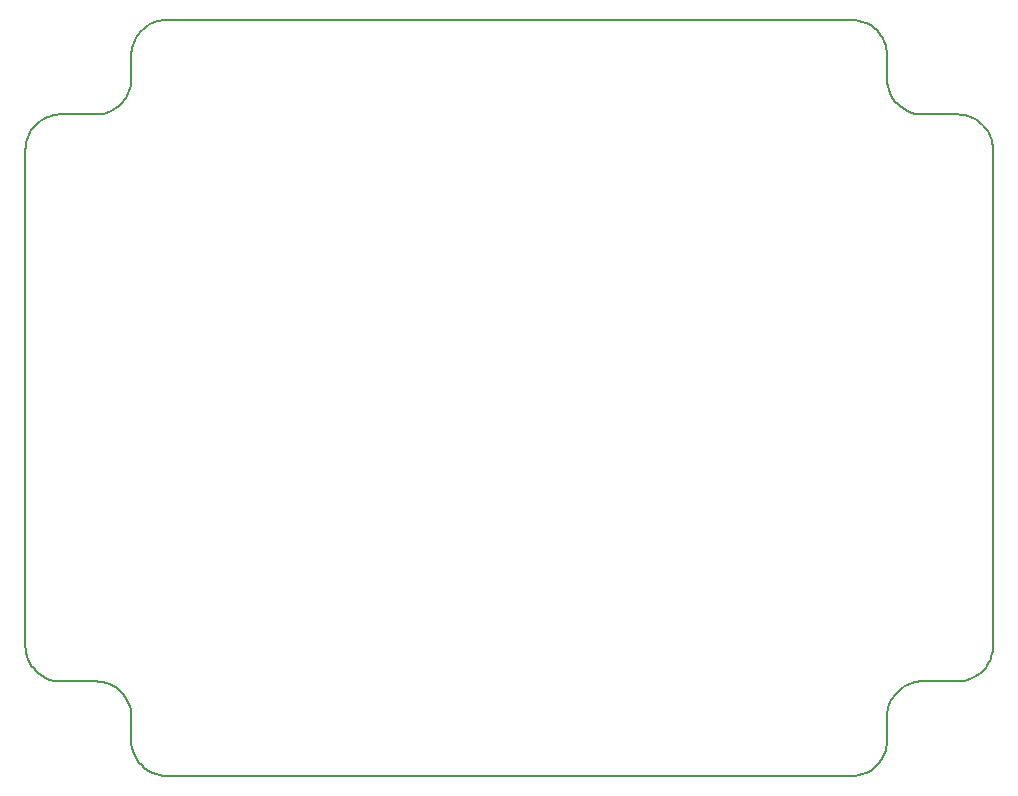
<source format=gm1>
G04 #@! TF.GenerationSoftware,KiCad,Pcbnew,5.1.6-c6e7f7d~87~ubuntu18.04.1*
G04 #@! TF.CreationDate,2020-09-10T19:55:48-05:00*
G04 #@! TF.ProjectId,MiniStereoMixer,4d696e69-5374-4657-9265-6f4d69786572,rev?*
G04 #@! TF.SameCoordinates,Original*
G04 #@! TF.FileFunction,Profile,NP*
%FSLAX46Y46*%
G04 Gerber Fmt 4.6, Leading zero omitted, Abs format (unit mm)*
G04 Created by KiCad (PCBNEW 5.1.6-c6e7f7d~87~ubuntu18.04.1) date 2020-09-10 19:55:48*
%MOMM*%
%LPD*%
G01*
G04 APERTURE LIST*
G04 #@! TA.AperFunction,Profile*
%ADD10C,0.200000*%
G04 #@! TD*
G04 APERTURE END LIST*
D10*
X126373000Y-47124000D02*
X126595778Y-47115723D01*
X126595778Y-47115723D02*
X126816009Y-47091122D01*
X126816009Y-47091122D02*
X127032861Y-47050541D01*
X127032861Y-47050541D02*
X127245505Y-46994324D01*
X127245505Y-46994324D02*
X127453111Y-46922814D01*
X127453111Y-46922814D02*
X127654848Y-46836354D01*
X127654848Y-46836354D02*
X127849888Y-46735290D01*
X127849888Y-46735290D02*
X128037401Y-46619964D01*
X128037401Y-46619964D02*
X128216555Y-46490720D01*
X128216555Y-46490720D02*
X128386522Y-46347903D01*
X128386522Y-46347903D02*
X128494320Y-46245320D01*
X123413000Y-95124000D02*
X123106267Y-95108511D01*
X123106267Y-95108511D02*
X122808395Y-95063050D01*
X122808395Y-95063050D02*
X122520891Y-94989125D01*
X122520891Y-94989125D02*
X122245264Y-94888245D01*
X122245264Y-94888245D02*
X121983021Y-94761916D01*
X121983021Y-94761916D02*
X121735671Y-94611647D01*
X121735671Y-94611647D02*
X121504721Y-94438945D01*
X121504721Y-94438945D02*
X121291679Y-94245320D01*
X121291679Y-94245320D02*
X121098054Y-94032278D01*
X121098054Y-94032278D02*
X120925352Y-93801328D01*
X120925352Y-93801328D02*
X120775083Y-93553978D01*
X120775083Y-93553978D02*
X120648754Y-93291735D01*
X120648754Y-93291735D02*
X120547874Y-93016108D01*
X120547874Y-93016108D02*
X120473949Y-92728604D01*
X120473949Y-92728604D02*
X120428488Y-92430732D01*
X120428488Y-92430732D02*
X120413000Y-92124000D01*
X123413000Y-47124000D02*
X126373000Y-47124000D01*
X196373000Y-47124000D02*
X199333000Y-47124000D01*
X193373000Y-44124000D02*
X193388488Y-44430732D01*
X193388488Y-44430732D02*
X193433949Y-44728604D01*
X193433949Y-44728604D02*
X193507874Y-45016108D01*
X193507874Y-45016108D02*
X193608754Y-45291735D01*
X193608754Y-45291735D02*
X193735083Y-45553978D01*
X193735083Y-45553978D02*
X193885352Y-45801328D01*
X193885352Y-45801328D02*
X194058054Y-46032278D01*
X194058054Y-46032278D02*
X194251679Y-46245320D01*
X194251679Y-46245320D02*
X194464721Y-46438945D01*
X194464721Y-46438945D02*
X194695671Y-46611647D01*
X194695671Y-46611647D02*
X194943021Y-46761916D01*
X194943021Y-46761916D02*
X195205264Y-46888245D01*
X195205264Y-46888245D02*
X195480891Y-46989125D01*
X195480891Y-46989125D02*
X195768395Y-47063050D01*
X195768395Y-47063050D02*
X196066267Y-47108511D01*
X196066267Y-47108511D02*
X196373000Y-47124000D01*
X201454320Y-94245320D02*
X201290939Y-94396995D01*
X201290939Y-94396995D02*
X201117817Y-94535327D01*
X201117817Y-94535327D02*
X200935784Y-94659969D01*
X200935784Y-94659969D02*
X200745671Y-94770580D01*
X200745671Y-94770580D02*
X200548306Y-94866814D01*
X200548306Y-94866814D02*
X200344520Y-94948328D01*
X200344520Y-94948328D02*
X200135142Y-95014779D01*
X200135142Y-95014779D02*
X199921003Y-95065823D01*
X199921003Y-95065823D02*
X199702933Y-95101115D01*
X199702933Y-95101115D02*
X199481761Y-95120313D01*
X199481761Y-95120313D02*
X199333000Y-95124000D01*
X193373000Y-100124000D02*
X193357511Y-100430732D01*
X193357511Y-100430732D02*
X193312050Y-100728604D01*
X193312050Y-100728604D02*
X193238125Y-101016108D01*
X193238125Y-101016108D02*
X193137245Y-101291735D01*
X193137245Y-101291735D02*
X193010916Y-101553978D01*
X193010916Y-101553978D02*
X192860647Y-101801328D01*
X192860647Y-101801328D02*
X192687945Y-102032278D01*
X192687945Y-102032278D02*
X192494320Y-102245320D01*
X192494320Y-102245320D02*
X192281278Y-102438945D01*
X192281278Y-102438945D02*
X192050328Y-102611647D01*
X192050328Y-102611647D02*
X191802978Y-102761916D01*
X191802978Y-102761916D02*
X191540735Y-102888245D01*
X191540735Y-102888245D02*
X191265108Y-102989125D01*
X191265108Y-102989125D02*
X190977604Y-103063050D01*
X190977604Y-103063050D02*
X190679732Y-103108511D01*
X190679732Y-103108511D02*
X190373000Y-103124000D01*
X129373000Y-42124000D02*
X129381276Y-41901221D01*
X129381276Y-41901221D02*
X129405877Y-41680990D01*
X129405877Y-41680990D02*
X129446458Y-41464138D01*
X129446458Y-41464138D02*
X129502675Y-41251494D01*
X129502675Y-41251494D02*
X129574185Y-41043888D01*
X129574185Y-41043888D02*
X129660645Y-40842151D01*
X129660645Y-40842151D02*
X129761709Y-40647111D01*
X129761709Y-40647111D02*
X129877035Y-40459598D01*
X129877035Y-40459598D02*
X130006279Y-40280444D01*
X130006279Y-40280444D02*
X130149096Y-40110477D01*
X130149096Y-40110477D02*
X130251680Y-40002680D01*
X193373000Y-98124000D02*
X193373000Y-100124000D01*
X120413000Y-50124000D02*
X120421276Y-49901221D01*
X120421276Y-49901221D02*
X120445877Y-49680990D01*
X120445877Y-49680990D02*
X120486458Y-49464138D01*
X120486458Y-49464138D02*
X120542675Y-49251494D01*
X120542675Y-49251494D02*
X120614185Y-49043888D01*
X120614185Y-49043888D02*
X120700645Y-48842151D01*
X120700645Y-48842151D02*
X120801709Y-48647111D01*
X120801709Y-48647111D02*
X120917035Y-48459598D01*
X120917035Y-48459598D02*
X121046279Y-48280444D01*
X121046279Y-48280444D02*
X121189096Y-48110477D01*
X121189096Y-48110477D02*
X121291680Y-48002680D01*
X129373000Y-98124000D02*
X129357511Y-97817267D01*
X129357511Y-97817267D02*
X129312050Y-97519395D01*
X129312050Y-97519395D02*
X129238125Y-97231891D01*
X129238125Y-97231891D02*
X129137245Y-96956264D01*
X129137245Y-96956264D02*
X129010916Y-96694021D01*
X129010916Y-96694021D02*
X128860647Y-96446671D01*
X128860647Y-96446671D02*
X128687945Y-96215721D01*
X128687945Y-96215721D02*
X128494320Y-96002679D01*
X128494320Y-96002679D02*
X128281278Y-95809054D01*
X128281278Y-95809054D02*
X128050328Y-95636352D01*
X128050328Y-95636352D02*
X127802978Y-95486083D01*
X127802978Y-95486083D02*
X127540735Y-95359754D01*
X127540735Y-95359754D02*
X127265108Y-95258874D01*
X127265108Y-95258874D02*
X126977604Y-95184949D01*
X126977604Y-95184949D02*
X126679732Y-95139488D01*
X126679732Y-95139488D02*
X126373000Y-95124000D01*
X126373000Y-95124000D02*
X123413000Y-95124000D01*
X120413000Y-92124000D02*
X120413000Y-50124000D01*
X193373000Y-42124000D02*
X193373000Y-44124000D01*
X194251680Y-96002680D02*
X194100004Y-96166060D01*
X194100004Y-96166060D02*
X193961672Y-96339182D01*
X193961672Y-96339182D02*
X193837030Y-96521215D01*
X193837030Y-96521215D02*
X193726419Y-96711328D01*
X193726419Y-96711328D02*
X193630185Y-96908693D01*
X193630185Y-96908693D02*
X193548671Y-97112479D01*
X193548671Y-97112479D02*
X193482220Y-97321857D01*
X193482220Y-97321857D02*
X193431176Y-97535996D01*
X193431176Y-97535996D02*
X193395884Y-97754066D01*
X193395884Y-97754066D02*
X193376686Y-97975238D01*
X193376686Y-97975238D02*
X193373000Y-98124000D01*
X132373000Y-39124001D02*
X190373000Y-39124001D01*
X202333000Y-92124000D02*
X202324723Y-92346778D01*
X202324723Y-92346778D02*
X202300122Y-92567009D01*
X202300122Y-92567009D02*
X202259541Y-92783861D01*
X202259541Y-92783861D02*
X202203324Y-92996505D01*
X202203324Y-92996505D02*
X202131814Y-93204111D01*
X202131814Y-93204111D02*
X202045354Y-93405848D01*
X202045354Y-93405848D02*
X201944290Y-93600888D01*
X201944290Y-93600888D02*
X201828964Y-93788401D01*
X201828964Y-93788401D02*
X201699720Y-93967555D01*
X201699720Y-93967555D02*
X201556903Y-94137522D01*
X201556903Y-94137522D02*
X201454320Y-94245320D01*
X132373000Y-103124000D02*
X132066267Y-103108511D01*
X132066267Y-103108511D02*
X131768395Y-103063050D01*
X131768395Y-103063050D02*
X131480891Y-102989125D01*
X131480891Y-102989125D02*
X131205264Y-102888245D01*
X131205264Y-102888245D02*
X130943021Y-102761916D01*
X130943021Y-102761916D02*
X130695671Y-102611647D01*
X130695671Y-102611647D02*
X130464721Y-102438945D01*
X130464721Y-102438945D02*
X130251679Y-102245320D01*
X130251679Y-102245320D02*
X130058054Y-102032278D01*
X130058054Y-102032278D02*
X129885352Y-101801328D01*
X129885352Y-101801328D02*
X129735083Y-101553978D01*
X129735083Y-101553978D02*
X129608754Y-101291735D01*
X129608754Y-101291735D02*
X129507874Y-101016108D01*
X129507874Y-101016108D02*
X129433949Y-100728604D01*
X129433949Y-100728604D02*
X129388488Y-100430732D01*
X129388488Y-100430732D02*
X129373000Y-100124000D01*
X199333000Y-95124000D02*
X196373000Y-95124000D01*
X121291680Y-48002680D02*
X121455060Y-47851004D01*
X121455060Y-47851004D02*
X121628182Y-47712672D01*
X121628182Y-47712672D02*
X121810215Y-47588030D01*
X121810215Y-47588030D02*
X122000328Y-47477419D01*
X122000328Y-47477419D02*
X122197693Y-47381185D01*
X122197693Y-47381185D02*
X122401479Y-47299671D01*
X122401479Y-47299671D02*
X122610857Y-47233220D01*
X122610857Y-47233220D02*
X122824996Y-47182176D01*
X122824996Y-47182176D02*
X123043066Y-47146884D01*
X123043066Y-47146884D02*
X123264238Y-47127686D01*
X123264238Y-47127686D02*
X123413000Y-47124000D01*
X201454320Y-48002680D02*
X201605995Y-48166060D01*
X201605995Y-48166060D02*
X201744327Y-48339182D01*
X201744327Y-48339182D02*
X201868969Y-48521215D01*
X201868969Y-48521215D02*
X201979580Y-48711328D01*
X201979580Y-48711328D02*
X202075814Y-48908693D01*
X202075814Y-48908693D02*
X202157328Y-49112479D01*
X202157328Y-49112479D02*
X202223779Y-49321857D01*
X202223779Y-49321857D02*
X202274823Y-49535996D01*
X202274823Y-49535996D02*
X202310115Y-49754066D01*
X202310115Y-49754066D02*
X202329313Y-49975238D01*
X202329313Y-49975238D02*
X202333000Y-50124000D01*
X196373000Y-95124000D02*
X196150221Y-95132276D01*
X196150221Y-95132276D02*
X195929990Y-95156877D01*
X195929990Y-95156877D02*
X195713138Y-95197458D01*
X195713138Y-95197458D02*
X195500494Y-95253675D01*
X195500494Y-95253675D02*
X195292888Y-95325185D01*
X195292888Y-95325185D02*
X195091151Y-95411645D01*
X195091151Y-95411645D02*
X194896111Y-95512709D01*
X194896111Y-95512709D02*
X194708598Y-95628035D01*
X194708598Y-95628035D02*
X194529444Y-95757279D01*
X194529444Y-95757279D02*
X194359477Y-95900096D01*
X194359477Y-95900096D02*
X194251680Y-96002680D01*
X199333000Y-47124000D02*
X199555778Y-47132276D01*
X199555778Y-47132276D02*
X199776009Y-47156877D01*
X199776009Y-47156877D02*
X199992861Y-47197458D01*
X199992861Y-47197458D02*
X200205505Y-47253675D01*
X200205505Y-47253675D02*
X200413111Y-47325185D01*
X200413111Y-47325185D02*
X200614848Y-47411645D01*
X200614848Y-47411645D02*
X200809888Y-47512709D01*
X200809888Y-47512709D02*
X200997401Y-47628035D01*
X200997401Y-47628035D02*
X201176555Y-47757279D01*
X201176555Y-47757279D02*
X201346522Y-47900096D01*
X201346522Y-47900096D02*
X201454320Y-48002680D01*
X129373000Y-44124000D02*
X129373000Y-42124000D01*
X202333000Y-50124000D02*
X202333000Y-92124000D01*
X190373000Y-39124001D02*
X190679732Y-39139489D01*
X190679732Y-39139489D02*
X190977604Y-39184950D01*
X190977604Y-39184950D02*
X191265108Y-39258874D01*
X191265108Y-39258874D02*
X191540735Y-39359755D01*
X191540735Y-39359755D02*
X191802978Y-39486084D01*
X191802978Y-39486084D02*
X192050328Y-39636353D01*
X192050328Y-39636353D02*
X192281278Y-39809054D01*
X192281278Y-39809054D02*
X192494320Y-40002680D01*
X192494320Y-40002680D02*
X192687945Y-40215721D01*
X192687945Y-40215721D02*
X192860647Y-40446671D01*
X192860647Y-40446671D02*
X193010916Y-40694022D01*
X193010916Y-40694022D02*
X193137245Y-40956264D01*
X193137245Y-40956264D02*
X193238125Y-41231891D01*
X193238125Y-41231891D02*
X193312050Y-41519395D01*
X193312050Y-41519395D02*
X193357511Y-41817267D01*
X193357511Y-41817267D02*
X193373000Y-42124000D01*
X129373000Y-100124000D02*
X129373000Y-98124000D01*
X130251680Y-40002680D02*
X130415060Y-39851004D01*
X130415060Y-39851004D02*
X130588182Y-39712672D01*
X130588182Y-39712672D02*
X130770215Y-39588030D01*
X130770215Y-39588030D02*
X130960328Y-39477420D01*
X130960328Y-39477420D02*
X131157693Y-39381186D01*
X131157693Y-39381186D02*
X131361479Y-39299671D01*
X131361479Y-39299671D02*
X131570857Y-39233221D01*
X131570857Y-39233221D02*
X131784996Y-39182177D01*
X131784996Y-39182177D02*
X132003066Y-39146885D01*
X132003066Y-39146885D02*
X132224238Y-39127687D01*
X132224238Y-39127687D02*
X132373000Y-39124001D01*
X128494320Y-46245320D02*
X128645995Y-46081939D01*
X128645995Y-46081939D02*
X128784327Y-45908817D01*
X128784327Y-45908817D02*
X128908969Y-45726784D01*
X128908969Y-45726784D02*
X129019580Y-45536671D01*
X129019580Y-45536671D02*
X129115814Y-45339306D01*
X129115814Y-45339306D02*
X129197328Y-45135520D01*
X129197328Y-45135520D02*
X129263779Y-44926142D01*
X129263779Y-44926142D02*
X129314823Y-44712003D01*
X129314823Y-44712003D02*
X129350115Y-44493933D01*
X129350115Y-44493933D02*
X129369313Y-44272761D01*
X129369313Y-44272761D02*
X129373000Y-44124000D01*
X190373000Y-103124000D02*
X132373000Y-103124000D01*
M02*

</source>
